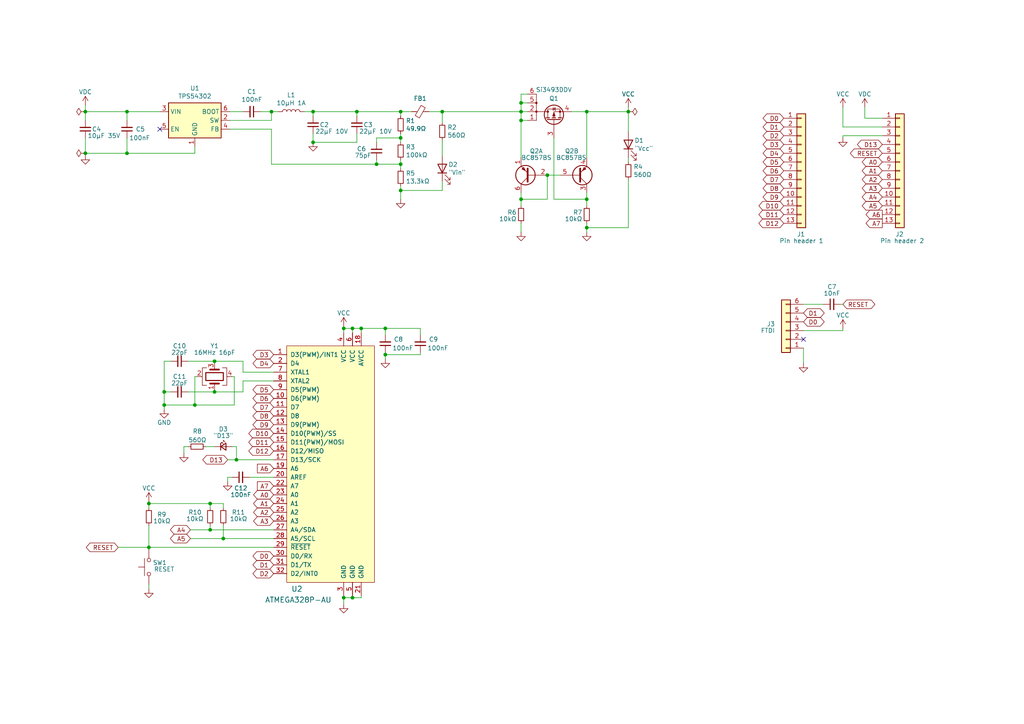
<source format=kicad_sch>
(kicad_sch (version 20211123) (generator eeschema)
  (paper "A4")
  (title_block (title "ATMEGA328P-AU Breadboard Adapter") (date "2023-03-04") (company "Retronics - Bjørner Sandom"))
  (lib_symbols
    (symbol "Connector_Generic:Conn_01x06" (pin_names (offset 1.016) hide)
      (property "Reference" "J" (at 0 7.62 0))
      (property "Value" "Conn_01x06" (at 0 -10.16 0))
      (symbol "Conn_01x06_1_1"
        (rectangle (start -1.27 -7.493) (end 0 -7.747) (stroke (width 0.1524)))
        (rectangle (start -1.27 -4.953) (end 0 -5.207) (stroke (width 0.1524)))
        (rectangle (start -1.27 -2.413) (end 0 -2.667) (stroke (width 0.1524)))
        (rectangle (start -1.27 0.127) (end 0 -0.127) (stroke (width 0.1524)))
        (rectangle (start -1.27 2.667) (end 0 2.413) (stroke (width 0.1524)))
        (rectangle (start -1.27 5.207) (end 0 4.953) (stroke (width 0.1524)))
        (rectangle (start -1.27 6.35) (end 1.27 -8.89) (stroke (width 0.254)) (fill (type background)))
        (pin passive line (at -5.08 5.08 0) (length 3.81) (name "Pin_1") (number "1"))
        (pin passive line (at -5.08 2.54 0) (length 3.81) (name "Pin_2") (number "2"))
        (pin passive line (at -5.08 0 0) (length 3.81) (name "Pin_3") (number "3"))
        (pin passive line (at -5.08 -2.54 0) (length 3.81) (name "Pin_4") (number "4"))
        (pin passive line (at -5.08 -5.08 0) (length 3.81) (name "Pin_5") (number "5"))
        (pin passive line (at -5.08 -7.62 0) (length 3.81) (name "Pin_6") (number "6"))
      )
    )
    (symbol "Connector_Generic:Conn_01x13" (pin_names (offset 1.016) hide)
      (property "Reference" "J" (at 0 17.78 0))
      (property "Value" "Conn_01x13" (at 0 -17.78 0))
      (symbol "Conn_01x13_1_1"
        (rectangle (start -1.27 -15.113) (end 0 -15.367) (stroke (width 0.1524)))
        (rectangle (start -1.27 -12.573) (end 0 -12.827) (stroke (width 0.1524)))
        (rectangle (start -1.27 -10.033) (end 0 -10.287) (stroke (width 0.1524)))
        (rectangle (start -1.27 -7.493) (end 0 -7.747) (stroke (width 0.1524)))
        (rectangle (start -1.27 -4.953) (end 0 -5.207) (stroke (width 0.1524)))
        (rectangle (start -1.27 -2.413) (end 0 -2.667) (stroke (width 0.1524)))
        (rectangle (start -1.27 0.127) (end 0 -0.127) (stroke (width 0.1524)))
        (rectangle (start -1.27 2.667) (end 0 2.413) (stroke (width 0.1524)))
        (rectangle (start -1.27 5.207) (end 0 4.953) (stroke (width 0.1524)))
        (rectangle (start -1.27 7.747) (end 0 7.493) (stroke (width 0.1524)))
        (rectangle (start -1.27 10.287) (end 0 10.033) (stroke (width 0.1524)))
        (rectangle (start -1.27 12.827) (end 0 12.573) (stroke (width 0.1524)))
        (rectangle (start -1.27 15.367) (end 0 15.113) (stroke (width 0.1524)))
        (rectangle (start -1.27 16.51) (end 1.27 -16.51) (stroke (width 0.254)) (fill (type background)))
        (pin passive line (at -5.08 15.24 0) (length 3.81) (name "Pin_1") (number "1"))
        (pin passive line (at -5.08 -7.62 0) (length 3.81) (name "Pin_10") (number "10"))
        (pin passive line (at -5.08 -10.16 0) (length 3.81) (name "Pin_11") (number "11"))
        (pin passive line (at -5.08 -12.7 0) (length 3.81) (name "Pin_12") (number "12"))
        (pin passive line (at -5.08 -15.24 0) (length 3.81) (name "Pin_13") (number "13"))
        (pin passive line (at -5.08 12.7 0) (length 3.81) (name "Pin_2") (number "2"))
        (pin passive line (at -5.08 10.16 0) (length 3.81) (name "Pin_3") (number "3"))
        (pin passive line (at -5.08 7.62 0) (length 3.81) (name "Pin_4") (number "4"))
        (pin passive line (at -5.08 5.08 0) (length 3.81) (name "Pin_5") (number "5"))
        (pin passive line (at -5.08 2.54 0) (length 3.81) (name "Pin_6") (number "6"))
        (pin passive line (at -5.08 0 0) (length 3.81) (name "Pin_7") (number "7"))
        (pin passive line (at -5.08 -2.54 0) (length 3.81) (name "Pin_8") (number "8"))
        (pin passive line (at -5.08 -5.08 0) (length 3.81) (name "Pin_9") (number "9"))
      )
    )
    (symbol "Device:C_Small" (pin_numbers hide) (pin_names (offset 0.254) hide)
      (property "Reference" "C" (at 0.254 1.778 0))
      (property "Value" "C_Small" (at 0.254 -2.032 0))
      (symbol "C_Small_0_1"
        (polyline (pts (xy -1.524 -0.508) (xy 1.524 -0.508)) (stroke (width 0.3302)))
        (polyline (pts (xy -1.524 0.508) (xy 1.524 0.508)) (stroke (width 0.3048)))
      )
      (symbol "C_Small_1_1"
        (pin passive line (at 0 2.54 270) (length 2.032) (name "~") (number "1"))
        (pin passive line (at 0 -2.54 90) (length 2.032) (name "~") (number "2"))
      )
    )
    (symbol "Device:Crystal_GND24" (pin_names (offset 1.016) hide)
      (property "Reference" "Y" (at 3.175 5.08 0))
      (property "Value" "Crystal_GND24" (at 3.175 3.175 0))
      (symbol "Crystal_GND24_0_1"
        (rectangle (start -1.143 2.54) (end 1.143 -2.54) (stroke (width 0.3048)))
        (polyline (pts (xy -2.54 0) (xy -2.032 0)))
        (polyline (pts (xy -2.032 -1.27) (xy -2.032 1.27)) (stroke (width 0.508)))
        (polyline (pts (xy 0 -3.81) (xy 0 -3.556)))
        (polyline (pts (xy 0 3.556) (xy 0 3.81)))
        (polyline (pts (xy 2.032 -1.27) (xy 2.032 1.27)) (stroke (width 0.508)))
        (polyline (pts (xy 2.032 0) (xy 2.54 0)))
        (polyline (pts (xy -2.54 -2.286) (xy -2.54 -3.556) (xy 2.54 -3.556) (xy 2.54 -2.286)))
        (polyline (pts (xy -2.54 2.286) (xy -2.54 3.556) (xy 2.54 3.556) (xy 2.54 2.286)))
      )
      (symbol "Crystal_GND24_1_1"
        (pin passive line (at -3.81 0 0) (length 1.27) (name "1") (number "1"))
        (pin passive line (at 0 5.08 270) (length 1.27) (name "2") (number "2"))
        (pin passive line (at 3.81 0 180) (length 1.27) (name "3") (number "3"))
        (pin passive line (at 0 -5.08 90) (length 1.27) (name "4") (number "4"))
      )
    )
    (symbol "Device:FerriteBead_Small" (pin_numbers hide) (pin_names (offset 0))
      (property "Reference" "FB" (at 1.905 1.27 0))
      (property "Value" "FerriteBead_Small" (at 1.905 -1.27 0))
      (symbol "FerriteBead_Small_0_1"
        (polyline (pts (xy 0 -1.27) (xy 0 -0.7874)))
        (polyline (pts (xy 0 0.889) (xy 0 1.2954)))
        (polyline (pts (xy -1.8288 0.2794) (xy -1.1176 1.4986) (xy 1.8288 -0.2032) (xy 1.1176 -1.4224) (xy -1.8288 0.2794)))
      )
      (symbol "FerriteBead_Small_1_1"
        (pin passive line (at 0 2.54 270) (length 1.27) (name "~") (number "1"))
        (pin passive line (at 0 -2.54 90) (length 1.27) (name "~") (number "2"))
      )
    )
    (symbol "Device:L" (pin_numbers hide) (pin_names (offset 1.016) hide)
      (property "Reference" "L" (at -1.27 0 90))
      (property "Value" "L" (at 1.905 0 90))
      (symbol "L_0_1"
        (arc (start 0 -2.54) (mid 0.635 -1.905) (end 0 -1.27))
        (arc (start 0 -1.27) (mid 0.635 -0.635) (end 0 0))
        (arc (start 0 0) (mid 0.635 0.635) (end 0 1.27))
        (arc (start 0 1.27) (mid 0.635 1.905) (end 0 2.54))
      )
      (symbol "L_1_1"
        (pin passive line (at 0 3.81 270) (length 1.27) (name "1") (number "1"))
        (pin passive line (at 0 -3.81 90) (length 1.27) (name "2") (number "2"))
      )
    )
    (symbol "Device:LED" (pin_numbers hide) (pin_names (offset 1.016) hide)
      (property "Reference" "D" (at 0 2.54 0))
      (property "Value" "LED" (at 0 -2.54 0))
      (symbol "LED_0_1"
        (polyline (pts (xy -1.27 -1.27) (xy -1.27 1.27)) (stroke (width 0.254)))
        (polyline (pts (xy -1.27 0) (xy 1.27 0)))
        (polyline (pts (xy 1.27 -1.27) (xy 1.27 1.27) (xy -1.27 0) (xy 1.27 -1.27)) (stroke (width 0.254)))
        (polyline (pts (xy -3.048 -0.762) (xy -4.572 -2.286) (xy -3.81 -2.286) (xy -4.572 -2.286) (xy -4.572 -1.524)))
        (polyline (pts (xy -1.778 -0.762) (xy -3.302 -2.286) (xy -2.54 -2.286) (xy -3.302 -2.286) (xy -3.302 -1.524)))
      )
      (symbol "LED_1_1"
        (pin passive line (at -3.81 0 0) (length 2.54) (name "K") (number "1"))
        (pin passive line (at 3.81 0 180) (length 2.54) (name "A") (number "2"))
      )
    )
    (symbol "Device:LED_Small" (pin_numbers hide) (pin_names (offset 0.254) hide)
      (property "Reference" "D" (at -1.27 3.175 0))
      (property "Value" "LED_Small" (at -4.445 -2.54 0))
      (symbol "LED_Small_0_1"
        (polyline (pts (xy -0.762 -1.016) (xy -0.762 1.016)) (stroke (width 0.254)))
        (polyline (pts (xy 1.016 0) (xy -0.762 0)))
        (polyline (pts (xy 0.762 -1.016) (xy -0.762 0) (xy 0.762 1.016) (xy 0.762 -1.016)) (stroke (width 0.254)))
        (polyline (pts (xy 0 0.762) (xy -0.508 1.27) (xy -0.254 1.27) (xy -0.508 1.27) (xy -0.508 1.016)))
        (polyline (pts (xy 0.508 1.27) (xy 0 1.778) (xy 0.254 1.778) (xy 0 1.778) (xy 0 1.524)))
      )
      (symbol "LED_Small_1_1"
        (pin passive line (at -2.54 0 0) (length 1.778) (name "K") (number "1"))
        (pin passive line (at 2.54 0 180) (length 1.778) (name "A") (number "2"))
      )
    )
    (symbol "Device:R_Small" (pin_numbers hide) (pin_names (offset 0.254) hide)
      (property "Reference" "R" (at 0.762 0.508 0))
      (property "Value" "R_Small" (at 0.762 -1.016 0))
      (symbol "R_Small_0_1"
        (rectangle (start -0.762 1.778) (end 0.762 -1.778) (stroke (width 0.2032)))
      )
      (symbol "R_Small_1_1"
        (pin passive line (at 0 2.54 270) (length 0.762) (name "~") (number "1"))
        (pin passive line (at 0 -2.54 90) (length 0.762) (name "~") (number "2"))
      )
    )
    (symbol "Regulator_Switching:TPS54302"
      (property "Reference" "U" (at -7.62 6.35 0))
      (property "Value" "TPS54302" (at 0 6.35 0))
      (symbol "TPS54302_0_1"
        (rectangle (start -7.62 5.08) (end 7.62 -5.08) (stroke (width 0.254)) (fill (type background)))
      )
      (symbol "TPS54302_1_1"
        (pin power_in line (at 0 -7.62 90) (length 2.54) (name "GND") (number "1"))
        (pin power_out line (at 10.16 0 180) (length 2.54) (name "SW") (number "2"))
        (pin power_in line (at -10.16 2.54 0) (length 2.54) (name "VIN") (number "3"))
        (pin input line (at 10.16 -2.54 180) (length 2.54) (name "FB") (number "4"))
        (pin input line (at -10.16 -2.54 0) (length 2.54) (name "EN") (number "5"))
        (pin passive line (at 10.16 2.54 180) (length 2.54) (name "BOOT") (number "6"))
      )
    )
    (symbol "Switch:SW_Push" (pin_numbers hide) (pin_names (offset 1.016) hide)
      (property "Reference" "SW" (at 1.27 2.54 0))
      (property "Value" "SW_Push" (at 0 -1.524 0))
      (symbol "SW_Push_0_1"
        (circle (center -2.032 0) (radius 0.508))
        (polyline (pts (xy 0 1.27) (xy 0 3.048)))
        (polyline (pts (xy 2.54 1.27) (xy -2.54 1.27)))
        (circle (center 2.032 0) (radius 0.508))
        (pin passive line (at -5.08 0 0) (length 2.54) (name "1") (number "1"))
        (pin passive line (at 5.08 0 180) (length 2.54) (name "2") (number "2"))
      )
    )
    (symbol "Transistor_BJT:BC857BS" (pin_names (offset 0) hide)
      (property "Reference" "Q" (at 5.08 1.27 0))
      (property "Value" "BC857BS" (at 5.08 -1.27 0))
      (symbol "BC857BS_0_1"
        (polyline (pts (xy 0.635 0) (xy -2.54 0)))
        (polyline (pts (xy 0.635 0.635) (xy 2.54 2.54)))
        (polyline (pts (xy 0.635 -0.635) (xy 2.54 -2.54) (xy 2.54 -2.54)))
        (polyline (pts (xy 0.635 1.905) (xy 0.635 -1.905) (xy 0.635 -1.905)) (stroke (width 0.508)))
        (polyline (pts (xy 2.286 -1.778) (xy 1.778 -2.286) (xy 1.27 -1.27) (xy 2.286 -1.778) (xy 2.286 -1.778)) (fill (type outline)))
        (circle (center 1.27 0) (radius 2.8194) (stroke (width 0.254)))
      )
      (symbol "BC857BS_1_1"
        (pin passive line (at 2.54 -5.08 90) (length 2.54) (name "E1") (number "1"))
        (pin input line (at -5.08 0 0) (length 2.54) (name "B1") (number "2"))
        (pin passive line (at 2.54 5.08 270) (length 2.54) (name "C1") (number "6"))
      )
      (symbol "BC857BS_2_1"
        (pin passive line (at 2.54 5.08 270) (length 2.54) (name "C2") (number "3"))
        (pin passive line (at 2.54 -5.08 90) (length 2.54) (name "E2") (number "4"))
        (pin input line (at -5.08 0 0) (length 2.54) (name "B2") (number "5"))
      )
    )
    (symbol "myDevices:ATMEGA328P-AU_Arduino" (pin_names (offset 1.016))
      (property "Reference" "U" (at -8.89 38.1 0))
      (property "Value" "ATMEGA328P-AU_Arduino" (at 13.97 1.27 90))
      (symbol "ATMEGA328P-AU_Arduino_0_1"
        (rectangle (start 16.51 35.56) (end -8.89 -33.02) (fill (type background)))
      )
      (symbol "ATMEGA328P-AU_Arduino_1_1"
        (pin bidirectional line (at -12.7 33.02 0) (length 3.81) (name "D3(PWM)/INT1") (number "1"))
        (pin bidirectional line (at -12.7 20.32 0) (length 3.81) (name "D6(PWM)") (number "10"))
        (pin bidirectional line (at -12.7 17.78 0) (length 3.81) (name "D7") (number "11"))
        (pin bidirectional line (at -12.7 15.24 0) (length 3.81) (name "D8") (number "12"))
        (pin bidirectional line (at -12.7 12.7 0) (length 3.81) (name "D9(PWM)") (number "13"))
        (pin bidirectional line (at -12.7 10.16 0) (length 3.81) (name "D10(PWM)/SS") (number "14"))
        (pin bidirectional line (at -12.7 7.62 0) (length 3.81) (name "D11(PWM)/MOSI") (number "15"))
        (pin bidirectional line (at -12.7 5.08 0) (length 3.81) (name "D12/MISO") (number "16"))
        (pin bidirectional line (at -12.7 2.54 0) (length 3.81) (name "D13/SCK") (number "17"))
        (pin power_in line (at 12.7 39.37 270) (length 3.81) (name "AVCC") (number "18"))
        (pin input line (at -12.7 0 0) (length 3.81) (name "A6") (number "19"))
        (pin bidirectional line (at -12.7 30.48 0) (length 3.81) (name "D4") (number "2"))
        (pin input line (at -12.7 -2.54 0) (length 3.81) (name "AREF") (number "20"))
        (pin power_in line (at 12.7 -36.83 90) (length 3.81) (name "GND") (number "21"))
        (pin input line (at -12.7 -5.08 0) (length 3.81) (name "A7") (number "22"))
        (pin bidirectional line (at -12.7 -7.62 0) (length 3.81) (name "A0") (number "23"))
        (pin bidirectional line (at -12.7 -10.16 0) (length 3.81) (name "A1") (number "24"))
        (pin bidirectional line (at -12.7 -12.7 0) (length 3.81) (name "A2") (number "25"))
        (pin bidirectional line (at -12.7 -15.24 0) (length 3.81) (name "A3") (number "26"))
        (pin bidirectional line (at -12.7 -17.78 0) (length 3.81) (name "A4/SDA") (number "27"))
        (pin bidirectional line (at -12.7 -20.32 0) (length 3.81) (name "A5/SCL") (number "28"))
        (pin bidirectional line (at -12.7 -22.86 0) (length 3.81) (name "~{RESET}") (number "29"))
        (pin power_in line (at 7.62 -36.83 90) (length 3.81) (name "GND") (number "3"))
        (pin bidirectional line (at -12.7 -25.4 0) (length 3.81) (name "D0/RX") (number "30"))
        (pin bidirectional line (at -12.7 -27.94 0) (length 3.81) (name "D1/TX") (number "31"))
        (pin bidirectional line (at -12.7 -30.48 0) (length 3.81) (name "D2/INT0") (number "32"))
        (pin power_in line (at 7.62 39.37 270) (length 3.81) (name "VCC") (number "4"))
        (pin power_in line (at 10.16 -36.83 90) (length 3.81) (name "GND") (number "5"))
        (pin power_in line (at 10.16 39.37 270) (length 3.81) (name "VCC") (number "6"))
        (pin bidirectional line (at -12.7 27.94 0) (length 3.81) (name "XTAL1") (number "7"))
        (pin bidirectional line (at -12.7 25.4 0) (length 3.81) (name "XTAL2") (number "8"))
        (pin bidirectional line (at -12.7 22.86 0) (length 3.81) (name "D5(PWM)") (number "9"))
      )
    )
    (symbol "myDevices:Si3493DDV" (pin_names hide)
      (property "Reference" "Q" (at 5.08 1.905 0))
      (property "Value" "Si3493DDV" (at 5.08 0 0))
      (symbol "Si3493DDV_0_1"
        (polyline (pts (xy 0 5.08) (xy 7.62 5.08)))
        (polyline (pts (xy 0.254 0) (xy -2.54 0)))
        (polyline (pts (xy 0.254 1.905) (xy 0.254 -1.905)) (stroke (width 0.254)))
        (polyline (pts (xy 0.762 -1.27) (xy 0.762 -2.286)) (stroke (width 0.254)))
        (polyline (pts (xy 0.762 0.508) (xy 0.762 -0.508)) (stroke (width 0.254)))
        (polyline (pts (xy 0.762 2.286) (xy 0.762 1.27)) (stroke (width 0.254)))
        (polyline (pts (xy 2.54 5.08) (xy 2.54 1.778)))
        (polyline (pts (xy 2.54 -2.54) (xy 2.54 0) (xy 0.762 0)))
        (polyline (pts (xy 0.762 1.778) (xy 3.302 1.778) (xy 3.302 -1.778) (xy 0.762 -1.778)))
        (polyline (pts (xy 2.286 0) (xy 1.27 0.381) (xy 1.27 -0.381) (xy 2.286 0)) (fill (type outline)))
        (polyline (pts (xy 2.794 -0.508) (xy 2.921 -0.381) (xy 3.683 -0.381) (xy 3.81 -0.254)))
        (polyline (pts (xy 3.302 -0.381) (xy 2.921 0.254) (xy 3.683 0.254) (xy 3.302 -0.381)))
        (circle (center 1.651 0) (radius 2.794) (stroke (width 0.254)))
        (circle (center 2.54 -1.778) (radius 0.254) (fill (type outline)))
        (circle (center 2.54 1.778) (radius 0.254) (fill (type outline)))
        (circle (center 2.54 5.08) (radius 0.254) (fill (type outline)))
        (circle (center 5.08 5.08) (radius 0.254) (fill (type outline)))
      )
      (symbol "Si3493DDV_1_1"
        (pin passive line (at 0 7.62 270) (length 2.54) (name "D") (number "1"))
        (pin passive line (at 2.54 7.62 270) (length 2.54) (name "D") (number "2"))
        (pin input line (at -5.08 0 0) (length 2.54) (name "G") (number "3"))
        (pin passive line (at 2.54 -5.08 90) (length 2.54) (name "S") (number "4"))
        (pin passive line (at 5.08 7.62 270) (length 2.54) (name "D") (number "5"))
        (pin passive line (at 7.62 7.62 270) (length 2.54) (name "D") (number "6"))
      )
    )
    (symbol "power:GND" (power) (pin_names (offset 0))
      (property "Value" "GND" (at 0 -3.81 0))
      (symbol "GND_0_1"
        (polyline (pts (xy 0 0) (xy 0 -1.27) (xy 1.27 -1.27) (xy 0 -2.54) (xy -1.27 -1.27) (xy 0 -1.27)))
      )
      (symbol "GND_1_1"
        (pin power_in line (at 0 0 270) (length 0) hide (name "GND") (number "1"))
      )
    )
    (symbol "power:PWR_FLAG" (power) (pin_numbers hide) (pin_names (offset 0) hide)
      (property "Value" "PWR_FLAG" (at 0 3.81 0))
      (symbol "PWR_FLAG_0_0"
        (pin power_out line (at 0 0 90) (length 0) (name "pwr") (number "1"))
      )
      (symbol "PWR_FLAG_0_1"
        (polyline (pts (xy 0 0) (xy 0 1.27) (xy -1.016 1.905) (xy 0 2.54) (xy 1.016 1.905) (xy 0 1.27)))
      )
    )
    (symbol "power:VCC" (power) (pin_names (offset 0))
      (property "Value" "VCC" (at 0 3.81 0))
      (symbol "VCC_0_1"
        (polyline (pts (xy -0.762 1.27) (xy 0 2.54)))
        (polyline (pts (xy 0 0) (xy 0 2.54)))
        (polyline (pts (xy 0 2.54) (xy 0.762 1.27)))
      )
      (symbol "VCC_1_1"
        (pin power_in line (at 0 0 90) (length 0) hide (name "VCC") (number "1"))
      )
    )
    (symbol "power:VDC" (power) (pin_names (offset 0))
      (property "Value" "VDC" (at 0 6.35 0))
      (symbol "VDC_0_1"
        (polyline (pts (xy -0.762 1.27) (xy 0 2.54)))
        (polyline (pts (xy 0 0) (xy 0 2.54)))
        (polyline (pts (xy 0 2.54) (xy 0.762 1.27)))
      )
      (symbol "VDC_1_1"
        (pin power_in line (at 0 0 90) (length 0) hide (name "VDC") (number "1"))
      )
    )
  )
  (junction (at 99.695 173.355))
  (junction (at 47.625 117.475))
  (junction (at 104.775 95.25))
  (junction (at 43.18 146.05))
  (junction (at 102.235 173.355))
  (junction (at 116.205 32.385))
  (junction (at 170.18 66.04))
  (junction (at 170.18 57.785))
  (junction (at 60.96 153.67))
  (junction (at 62.23 113.665))
  (junction (at 102.235 95.25))
  (junction (at 111.76 95.25))
  (junction (at 103.505 32.385))
  (junction (at 62.23 104.775))
  (junction (at 60.96 146.05))
  (junction (at 116.205 47.625))
  (junction (at 116.205 40.005))
  (junction (at 24.765 32.385))
  (junction (at 151.13 32.385))
  (junction (at 182.245 32.385))
  (junction (at 90.805 32.385))
  (junction (at 151.13 34.925))
  (junction (at 151.13 57.785))
  (junction (at 64.77 156.21))
  (junction (at 151.13 29.845))
  (junction (at 128.27 32.385))
  (junction (at 99.695 95.25))
  (junction (at 56.515 117.475))
  (junction (at 116.205 55.245))
  (junction (at 109.22 47.625))
  (junction (at 36.83 32.385))
  (junction (at 47.625 113.665))
  (junction (at 78.74 32.385))
  (junction (at 36.83 44.45))
  (junction (at 43.18 158.75))
  (junction (at 111.76 102.87))
  (junction (at 24.765 44.45))
  (junction (at 170.18 32.385))
  (junction (at 90.805 41.275))
  (junction (at 158.75 50.8))
  (junction (at 68.58 133.35))
  (no_connect (at 233.045 98.425))
  (no_connect (at 46.355 37.465))
  (wire (pts (xy 151.13 27.305) (xy 151.13 29.845)))
  (wire (pts (xy 62.23 104.775) (xy 70.485 104.775)))
  (wire (pts (xy 46.355 32.385) (xy 36.83 32.385)))
  (wire (pts (xy 56.515 109.22) (xy 56.515 117.475)))
  (wire (pts (xy 116.205 55.245) (xy 116.205 57.785)))
  (wire (pts (xy 47.625 118.745) (xy 47.625 117.475)))
  (wire (pts (xy 36.83 34.925) (xy 36.83 32.385)))
  (wire (pts (xy 62.23 113.03) (xy 62.23 113.665)))
  (wire (pts (xy 55.245 153.67) (xy 60.96 153.67)))
  (wire (pts (xy 56.515 117.475) (xy 67.945 117.475)))
  (wire (pts (xy 158.75 50.8) (xy 162.56 50.8)))
  (wire (pts (xy 70.485 107.95) (xy 79.375 107.95)))
  (wire (pts (xy 116.205 46.355) (xy 116.205 47.625)))
  (wire (pts (xy 99.695 173.355) (xy 99.695 172.72)))
  (wire (pts (xy 64.77 156.21) (xy 79.375 156.21)))
  (wire (pts (xy 244.475 39.37) (xy 244.475 40.005)))
  (wire (pts (xy 182.245 52.07) (xy 182.245 66.04)))
  (wire (pts (xy 102.235 172.72) (xy 102.235 173.355)))
  (wire (pts (xy 90.805 32.385) (xy 88.265 32.385)))
  (wire (pts (xy 102.235 95.25) (xy 104.775 95.25)))
  (wire (pts (xy 64.77 146.05) (xy 64.77 147.32)))
  (wire (pts (xy 47.625 117.475) (xy 47.625 113.665)))
  (wire (pts (xy 116.205 32.385) (xy 103.505 32.385)))
  (wire (pts (xy 36.83 40.005) (xy 36.83 44.45)))
  (wire (pts (xy 116.205 53.975) (xy 116.205 55.245)))
  (wire (pts (xy 43.18 158.75) (xy 79.375 158.75)))
  (wire (pts (xy 99.695 95.25) (xy 102.235 95.25)))
  (wire (pts (xy 43.18 145.415) (xy 43.18 146.05)))
  (wire (pts (xy 99.695 95.25) (xy 99.695 96.52)))
  (wire (pts (xy 54.61 104.775) (xy 62.23 104.775)))
  (wire (pts (xy 153.035 27.305) (xy 151.13 27.305)))
  (wire (pts (xy 70.485 104.775) (xy 70.485 107.95)))
  (wire (pts (xy 109.22 41.275) (xy 109.22 40.005)))
  (wire (pts (xy 79.375 110.49) (xy 70.485 110.49)))
  (wire (pts (xy 53.34 131.445) (xy 53.34 129.54)))
  (wire (pts (xy 165.735 32.385) (xy 170.18 32.385)))
  (wire (pts (xy 153.035 29.845) (xy 151.13 29.845)))
  (wire (pts (xy 109.22 47.625) (xy 116.205 47.625)))
  (wire (pts (xy 90.805 41.275) (xy 90.805 38.735)))
  (wire (pts (xy 72.39 138.43) (xy 79.375 138.43)))
  (wire (pts (xy 109.22 46.355) (xy 109.22 47.625)))
  (wire (pts (xy 244.475 31.115) (xy 244.475 36.83)))
  (wire (pts (xy 170.18 64.77) (xy 170.18 66.04)))
  (wire (pts (xy 121.92 102.87) (xy 121.92 102.235)))
  (wire (pts (xy 243.84 88.265) (xy 244.475 88.265)))
  (wire (pts (xy 36.83 44.45) (xy 56.515 44.45)))
  (wire (pts (xy 244.475 36.83) (xy 255.905 36.83)))
  (wire (pts (xy 62.23 104.775) (xy 62.23 105.41)))
  (wire (pts (xy 60.96 153.67) (xy 79.375 153.67)))
  (wire (pts (xy 90.805 33.655) (xy 90.805 32.385)))
  (wire (pts (xy 59.69 129.54) (xy 62.23 129.54)))
  (wire (pts (xy 182.245 32.385) (xy 182.245 38.1)))
  (wire (pts (xy 66.04 138.43) (xy 66.04 139.7)))
  (wire (pts (xy 244.475 95.885) (xy 233.045 95.885)))
  (wire (pts (xy 24.765 40.005) (xy 24.765 44.45)))
  (wire (pts (xy 160.655 57.785) (xy 170.18 57.785)))
  (wire (pts (xy 78.74 47.625) (xy 78.74 37.465)))
  (wire (pts (xy 233.045 88.265) (xy 238.76 88.265)))
  (wire (pts (xy 182.245 31.115) (xy 182.245 32.385)))
  (wire (pts (xy 170.18 32.385) (xy 170.18 45.72)))
  (wire (pts (xy 103.505 41.275) (xy 90.805 41.275)))
  (wire (pts (xy 158.75 57.785) (xy 158.75 50.8)))
  (wire (pts (xy 60.96 152.4) (xy 60.96 153.67)))
  (wire (pts (xy 49.53 113.665) (xy 47.625 113.665)))
  (wire (pts (xy 43.18 146.05) (xy 60.96 146.05)))
  (wire (pts (xy 160.655 40.005) (xy 160.655 57.785)))
  (wire (pts (xy 104.775 95.25) (xy 111.76 95.25)))
  (wire (pts (xy 151.13 32.385) (xy 151.13 34.925)))
  (wire (pts (xy 66.675 34.925) (xy 78.74 34.925)))
  (wire (pts (xy 43.18 152.4) (xy 43.18 158.75)))
  (wire (pts (xy 121.92 95.25) (xy 121.92 97.155)))
  (wire (pts (xy 47.625 117.475) (xy 56.515 117.475)))
  (wire (pts (xy 151.13 34.925) (xy 151.13 45.72)))
  (wire (pts (xy 104.775 173.355) (xy 102.235 173.355)))
  (wire (pts (xy 102.235 173.355) (xy 99.695 173.355)))
  (wire (pts (xy 128.27 52.705) (xy 128.27 55.245)))
  (wire (pts (xy 67.31 138.43) (xy 66.04 138.43)))
  (wire (pts (xy 99.695 173.355) (xy 99.695 175.26)))
  (wire (pts (xy 68.58 129.54) (xy 68.58 133.35)))
  (wire (pts (xy 151.13 57.785) (xy 151.13 59.69)))
  (wire (pts (xy 116.205 33.655) (xy 116.205 32.385)))
  (wire (pts (xy 64.77 152.4) (xy 64.77 156.21)))
  (wire (pts (xy 111.76 102.87) (xy 111.76 104.14)))
  (wire (pts (xy 111.76 95.25) (xy 111.76 97.155)))
  (wire (pts (xy 66.675 32.385) (xy 70.485 32.385)))
  (wire (pts (xy 75.565 32.385) (xy 78.74 32.385)))
  (wire (pts (xy 111.76 102.87) (xy 121.92 102.87)))
  (wire (pts (xy 116.205 40.005) (xy 116.205 41.275)))
  (wire (pts (xy 43.18 146.05) (xy 43.18 147.32)))
  (wire (pts (xy 68.58 133.35) (xy 79.375 133.35)))
  (wire (pts (xy 24.765 44.45) (xy 24.765 45.085)))
  (wire (pts (xy 24.765 32.385) (xy 24.765 34.925)))
  (wire (pts (xy 36.83 32.385) (xy 24.765 32.385)))
  (wire (pts (xy 151.13 55.88) (xy 151.13 57.785)))
  (wire (pts (xy 54.61 113.665) (xy 62.23 113.665)))
  (wire (pts (xy 78.74 37.465) (xy 66.675 37.465)))
  (wire (pts (xy 103.505 32.385) (xy 90.805 32.385)))
  (wire (pts (xy 103.505 38.735) (xy 103.505 41.275)))
  (wire (pts (xy 244.475 95.25) (xy 244.475 95.885)))
  (wire (pts (xy 109.22 40.005) (xy 116.205 40.005)))
  (wire (pts (xy 67.31 129.54) (xy 68.58 129.54)))
  (wire (pts (xy 250.825 34.29) (xy 255.905 34.29)))
  (wire (pts (xy 182.245 66.04) (xy 170.18 66.04)))
  (wire (pts (xy 128.27 40.64) (xy 128.27 45.085)))
  (wire (pts (xy 47.625 104.775) (xy 49.53 104.775)))
  (wire (pts (xy 43.18 169.545) (xy 43.18 170.815)))
  (wire (pts (xy 47.625 113.665) (xy 47.625 104.775)))
  (wire (pts (xy 55.245 156.21) (xy 64.77 156.21)))
  (wire (pts (xy 128.27 32.385) (xy 151.13 32.385)))
  (wire (pts (xy 56.515 44.45) (xy 56.515 42.545)))
  (wire (pts (xy 78.74 34.925) (xy 78.74 32.385)))
  (wire (pts (xy 67.945 117.475) (xy 67.945 109.22)))
  (wire (pts (xy 182.245 32.385) (xy 170.18 32.385)))
  (wire (pts (xy 182.245 45.72) (xy 182.245 46.99)))
  (wire (pts (xy 124.46 32.385) (xy 128.27 32.385)))
  (wire (pts (xy 53.34 129.54) (xy 54.61 129.54)))
  (wire (pts (xy 111.76 102.235) (xy 111.76 102.87)))
  (wire (pts (xy 116.205 47.625) (xy 116.205 48.895)))
  (wire (pts (xy 102.235 95.25) (xy 102.235 96.52)))
  (wire (pts (xy 170.18 55.88) (xy 170.18 57.785)))
  (wire (pts (xy 170.18 57.785) (xy 170.18 59.69)))
  (wire (pts (xy 36.83 44.45) (xy 24.765 44.45)))
  (wire (pts (xy 151.13 64.77) (xy 151.13 67.31)))
  (wire (pts (xy 151.13 57.785) (xy 158.75 57.785)))
  (wire (pts (xy 153.035 32.385) (xy 151.13 32.385)))
  (wire (pts (xy 34.29 158.75) (xy 43.18 158.75)))
  (wire (pts (xy 128.27 32.385) (xy 128.27 35.56)))
  (wire (pts (xy 250.825 31.115) (xy 250.825 34.29)))
  (wire (pts (xy 62.23 113.665) (xy 70.485 113.665)))
  (wire (pts (xy 66.04 133.35) (xy 68.58 133.35)))
  (wire (pts (xy 116.205 32.385) (xy 119.38 32.385)))
  (wire (pts (xy 116.205 38.735) (xy 116.205 40.005)))
  (wire (pts (xy 104.775 172.72) (xy 104.775 173.355)))
  (wire (pts (xy 99.695 94.615) (xy 99.695 95.25)))
  (wire (pts (xy 43.18 159.385) (xy 43.18 158.75)))
  (wire (pts (xy 233.045 100.965) (xy 233.045 105.41)))
  (wire (pts (xy 67.945 109.22) (xy 67.31 109.22)))
  (wire (pts (xy 103.505 33.655) (xy 103.505 32.385)))
  (wire (pts (xy 60.96 146.05) (xy 60.96 147.32)))
  (wire (pts (xy 104.775 95.25) (xy 104.775 96.52)))
  (wire (pts (xy 170.18 66.04) (xy 170.18 67.31)))
  (wire (pts (xy 70.485 110.49) (xy 70.485 113.665)))
  (wire (pts (xy 24.765 30.48) (xy 24.765 32.385)))
  (wire (pts (xy 57.15 109.22) (xy 56.515 109.22)))
  (wire (pts (xy 111.76 95.25) (xy 121.92 95.25)))
  (wire (pts (xy 78.74 32.385) (xy 80.645 32.385)))
  (wire (pts (xy 60.96 146.05) (xy 64.77 146.05)))
  (wire (pts (xy 151.13 29.845) (xy 151.13 32.385)))
  (wire (pts (xy 153.035 34.925) (xy 151.13 34.925)))
  (wire (pts (xy 255.905 39.37) (xy 244.475 39.37)))
  (wire (pts (xy 109.22 47.625) (xy 78.74 47.625)))
  (wire (pts (xy 116.205 55.245) (xy 128.27 55.245)))
  (global_label "RESET" (shape bidirectional) (at 244.475 88.265 0) (property "Intersheet References" "${INTERSHEET_REFS}" (effects hide)))
  (global_label "D13" (shape bidirectional) (at 66.04 133.35 180) (property "Intersheet References" "${INTERSHEET_REFS}" (effects hide)))
  (global_label "D9" (shape bidirectional) (at 79.375 123.19 180) (property "Intersheet References" "${INTERSHEET_REFS}" (effects hide)))
  (global_label "A5" (shape bidirectional) (at 55.245 156.21 180) (property "Intersheet References" "${INTERSHEET_REFS}" (effects hide)))
  (global_label "D4" (shape bidirectional) (at 227.33 44.45 180) (property "Intersheet References" "${INTERSHEET_REFS}" (effects hide)))
  (global_label "D11" (shape bidirectional) (at 227.33 62.23 180) (property "Intersheet References" "${INTERSHEET_REFS}" (effects hide)))
  (global_label "D12" (shape bidirectional) (at 79.375 130.81 180) (property "Intersheet References" "${INTERSHEET_REFS}" (effects hide)))
  (global_label "A2" (shape bidirectional) (at 79.375 148.59 180) (property "Intersheet References" "${INTERSHEET_REFS}" (effects hide)))
  (global_label "RESET" (shape bidirectional) (at 34.29 158.75 180) (property "Intersheet References" "${INTERSHEET_REFS}" (effects hide)))
  (global_label "A4" (shape bidirectional) (at 55.245 153.67 180) (property "Intersheet References" "${INTERSHEET_REFS}" (effects hide)))
  (global_label "A6" (shape input) (at 79.375 135.89 180) (property "Intersheet References" "${INTERSHEET_REFS}" (effects hide)))
  (global_label "D10" (shape bidirectional) (at 79.375 125.73 180) (property "Intersheet References" "${INTERSHEET_REFS}" (effects hide)))
  (global_label "A2" (shape bidirectional) (at 255.905 52.07 180) (property "Intersheet References" "${INTERSHEET_REFS}" (effects hide)))
  (global_label "D12" (shape bidirectional) (at 227.33 64.77 180) (property "Intersheet References" "${INTERSHEET_REFS}" (effects hide)))
  (global_label "D1" (shape bidirectional) (at 227.33 36.83 180) (property "Intersheet References" "${INTERSHEET_REFS}" (effects hide)))
  (global_label "D13" (shape bidirectional) (at 255.905 41.91 180) (property "Intersheet References" "${INTERSHEET_REFS}" (effects hide)))
  (global_label "A4" (shape bidirectional) (at 255.905 57.15 180) (property "Intersheet References" "${INTERSHEET_REFS}" (effects hide)))
  (global_label "D9" (shape bidirectional) (at 227.33 57.15 180) (property "Intersheet References" "${INTERSHEET_REFS}" (effects hide)))
  (global_label "A1" (shape bidirectional) (at 79.375 146.05 180) (property "Intersheet References" "${INTERSHEET_REFS}" (effects hide)))
  (global_label "D10" (shape bidirectional) (at 227.33 59.69 180) (property "Intersheet References" "${INTERSHEET_REFS}" (effects hide)))
  (global_label "D6" (shape bidirectional) (at 79.375 115.57 180) (property "Intersheet References" "${INTERSHEET_REFS}" (effects hide)))
  (global_label "D5" (shape bidirectional) (at 79.375 113.03 180) (property "Intersheet References" "${INTERSHEET_REFS}" (effects hide)))
  (global_label "D0" (shape bidirectional) (at 233.045 93.345 0) (property "Intersheet References" "${INTERSHEET_REFS}" (effects hide)))
  (global_label "A0" (shape bidirectional) (at 79.375 143.51 180) (property "Intersheet References" "${INTERSHEET_REFS}" (effects hide)))
  (global_label "D8" (shape bidirectional) (at 79.375 120.65 180) (property "Intersheet References" "${INTERSHEET_REFS}" (effects hide)))
  (global_label "D3" (shape bidirectional) (at 79.375 102.87 180) (property "Intersheet References" "${INTERSHEET_REFS}" (effects hide)))
  (global_label "A7" (shape output) (at 255.905 64.77 180) (property "Intersheet References" "${INTERSHEET_REFS}" (effects hide)))
  (global_label "A7" (shape input) (at 79.375 140.97 180) (property "Intersheet References" "${INTERSHEET_REFS}" (effects hide)))
  (global_label "A5" (shape bidirectional) (at 255.905 59.69 180) (property "Intersheet References" "${INTERSHEET_REFS}" (effects hide)))
  (global_label "D1" (shape bidirectional) (at 233.045 90.805 0) (property "Intersheet References" "${INTERSHEET_REFS}" (effects hide)))
  (global_label "A6" (shape output) (at 255.905 62.23 180) (property "Intersheet References" "${INTERSHEET_REFS}" (effects hide)))
  (global_label "D0" (shape bidirectional) (at 227.33 34.29 180) (property "Intersheet References" "${INTERSHEET_REFS}" (effects hide)))
  (global_label "D5" (shape bidirectional) (at 227.33 46.99 180) (property "Intersheet References" "${INTERSHEET_REFS}" (effects hide)))
  (global_label "D7" (shape bidirectional) (at 79.375 118.11 180) (property "Intersheet References" "${INTERSHEET_REFS}" (effects hide)))
  (global_label "D4" (shape bidirectional) (at 79.375 105.41 180) (property "Intersheet References" "${INTERSHEET_REFS}" (effects hide)))
  (global_label "A3" (shape bidirectional) (at 79.375 151.13 180) (property "Intersheet References" "${INTERSHEET_REFS}" (effects hide)))
  (global_label "A1" (shape bidirectional) (at 255.905 49.53 180) (property "Intersheet References" "${INTERSHEET_REFS}" (effects hide)))
  (global_label "D0" (shape bidirectional) (at 79.375 161.29 180) (property "Intersheet References" "${INTERSHEET_REFS}" (effects hide)))
  (global_label "A3" (shape bidirectional) (at 255.905 54.61 180) (property "Intersheet References" "${INTERSHEET_REFS}" (effects hide)))
  (global_label "D2" (shape bidirectional) (at 79.375 166.37 180) (property "Intersheet References" "${INTERSHEET_REFS}" (effects hide)))
  (global_label "D2" (shape bidirectional) (at 227.33 39.37 180) (property "Intersheet References" "${INTERSHEET_REFS}" (effects hide)))
  (global_label "D1" (shape bidirectional) (at 79.375 163.83 180) (property "Intersheet References" "${INTERSHEET_REFS}" (effects hide)))
  (global_label "D7" (shape bidirectional) (at 227.33 52.07 180) (property "Intersheet References" "${INTERSHEET_REFS}" (effects hide)))
  (global_label "A0" (shape bidirectional) (at 255.905 46.99 180) (property "Intersheet References" "${INTERSHEET_REFS}" (effects hide)))
  (global_label "D6" (shape bidirectional) (at 227.33 49.53 180) (property "Intersheet References" "${INTERSHEET_REFS}" (effects hide)))
  (global_label "RESET" (shape bidirectional) (at 255.905 44.45 180) (property "Intersheet References" "${INTERSHEET_REFS}" (effects hide)))
  (global_label "D3" (shape bidirectional) (at 227.33 41.91 180) (property "Intersheet References" "${INTERSHEET_REFS}" (effects hide)))
  (global_label "D11" (shape bidirectional) (at 79.375 128.27 180) (property "Intersheet References" "${INTERSHEET_REFS}" (effects hide)))
  (global_label "D8" (shape bidirectional) (at 227.33 54.61 180) (property "Intersheet References" "${INTERSHEET_REFS}" (effects hide)))
  (symbol (lib_id "Device:C_Small") (at 103.505 36.195 180) (unit 1)
    (property "Reference" "C3" (at 105.41 36.195 0) (effects (justify right)))
    (property "Value" "22µF 10V" (at 104.14 38.1 0) (effects (justify right)))
    (property "Footprint" "Capacitor_SMD:C_0603_1608Metric_Pad1.08x0.95mm_HandSolder" (effects hide))
  )
  (symbol (lib_id "Device:C_Small") (at 36.83 37.465 180) (unit 1)
    (property "Reference" "C5" (at 39.37 37.465 0) (effects (justify right)))
    (property "Value" "100nF" (at 37.465 40.005 0) (effects (justify right)))
    (property "Footprint" "Capacitor_SMD:C_0603_1608Metric_Pad1.08x0.95mm_HandSolder" (effects hide))
  )
  (symbol (lib_id "Connector_Generic:Conn_01x06") (at 227.965 95.885 180) (unit 1)
    (property "Reference" "J3" (at 224.79 93.98 0) (effects (justify left)))
    (property "Value" "FTDI" (at 224.79 95.885 0) (effects (justify left)))
    (property "Footprint" "Connector_PinHeader_2.54mm:PinHeader_1x06_P2.54mm_Vertical" (effects hide))
  )
  (symbol (lib_id "myDevices:ATMEGA328P-AU_Arduino") (at 92.075 135.89 0) (unit 1)
    (property "Reference" "U2" (at 84.455 170.815 0) (effects (font (size 1.524 1.524)) (justify left)))
    (property "Value" "ATMEGA328P-AU" (at 76.835 173.99 0) (effects (font (size 1.524 1.524)) (justify left)))
    (property "Footprint" "digikey-footprints:TQFP-32_7x7mm" (effects hide))
  )
  (symbol (lib_id "Device:LED") (at 182.245 41.91 90) (unit 1)
    (property "Reference" "D1" (at 184.023 40.7416 90) (effects (justify right)))
    (property "Value" "\"Vcc\"" (at 184.023 43.053 90) (effects (justify right)))
    (property "Footprint" "LED_SMD:LED_0603_1608Metric_Pad1.05x0.95mm_HandSolder" (effects hide))
  )
  (symbol (lib_id "power:GND") (at 170.18 67.31 0) (unit 1)
    (property "Reference" "#PWR010" (effects hide))
    (property "Value" "GNDPWR" (effects hide))
  )
  (symbol (lib_id "power:GND") (at 233.045 105.41 0) (unit 1)
    (property "Reference" "#PWR014" (effects hide))
    (property "Value" "GNDPWR" (effects hide))
  )
  (symbol (lib_id "Device:LED_Small") (at 64.77 129.54 0) (unit 1)
    (property "Reference" "D3" (at 64.77 124.46 0))
    (property "Value" "\"D13\"" (at 64.77 126.365 0))
    (property "Footprint" "LED_SMD:LED_0603_1608Metric_Pad1.05x0.95mm_HandSolder" (effects hide))
  )
  (symbol (lib_id "power:GND") (at 43.18 170.815 0) (unit 1)
    (property "Reference" "#PWR019" (effects hide))
    (property "Value" "GNDPWR" (effects hide))
  )
  (symbol (lib_id "Device:C_Small") (at 52.07 113.665 270) (unit 1)
    (property "Reference" "C11" (at 52.07 109.22 90))
    (property "Value" "22pF" (at 52.07 111.125 90))
    (property "Footprint" "Capacitor_SMD:C_0603_1608Metric_Pad1.08x0.95mm_HandSolder" (effects hide))
  )
  (symbol (lib_id "Device:C_Small") (at 241.3 88.265 90) (unit 1)
    (property "Reference" "C7" (at 241.3 83.185 90))
    (property "Value" "10nF" (at 241.3 85.09 90))
    (property "Footprint" "Capacitor_SMD:C_0603_1608Metric_Pad1.08x0.95mm_HandSolder" (effects hide))
  )
  (symbol (lib_id "Device:R_Small") (at 57.15 129.54 90) (unit 1)
    (property "Reference" "R8" (at 55.88 125.095 90) (effects (justify right)))
    (property "Value" "560Ω" (at 54.61 127.635 90) (effects (justify right)))
    (property "Footprint" "Resistor_SMD:R_0603_1608Metric_Pad0.98x0.95mm_HandSolder" (effects hide))
  )
  (symbol (lib_id "power:PWR_FLAG") (at 24.765 32.385 90) (unit 1)
    (property "Reference" "#FLG01" (effects hide))
    (property "Value" "PWR_FLAG" (effects hide))
  )
  (symbol (lib_id "power:GND") (at 111.76 104.14 0) (unit 1)
    (property "Reference" "#PWR013" (effects hide))
    (property "Value" "GNDPWR" (effects hide))
  )
  (symbol (lib_id "power:VCC") (at 182.245 31.115 0) (unit 1)
    (property "Reference" "#PWR02" (effects hide))
    (property "Value" "VCC" (at 182.245 27.305 0))
  )
  (symbol (lib_id "Device:R_Small") (at 64.77 149.86 0) (unit 1)
    (property "Reference" "R11" (at 71.12 148.59 0) (effects (justify right)))
    (property "Value" "10kΩ" (at 71.755 150.495 0) (effects (justify right)))
    (property "Footprint" "Resistor_SMD:R_0603_1608Metric_Pad0.98x0.95mm_HandSolder" (effects hide))
  )
  (symbol (lib_id "Device:R_Small") (at 151.13 62.23 180) (unit 1)
    (property "Reference" "R6" (at 149.86 61.595 0) (effects (justify left)))
    (property "Value" "10kΩ" (at 149.86 63.5 0) (effects (justify left)))
    (property "Footprint" "Resistor_SMD:R_0603_1608Metric_Pad0.98x0.95mm_HandSolder" (effects hide))
  )
  (symbol (lib_id "power:VDC") (at 24.765 30.48 0) (unit 1)
    (property "Reference" "#PWR01" (effects hide))
    (property "Value" "VDC" (at 24.765 26.67 0))
  )
  (symbol (lib_id "Device:Crystal_GND24") (at 62.23 109.22 90) (unit 1)
    (property "Reference" "Y1" (at 62.23 100.33 90))
    (property "Value" "16MHz 16pF" (at 62.23 102.235 90))
    (property "Footprint" "Crystal:Crystal_SMD_SeikoEpson_TSX3225-4Pin_3.2x2.5mm_HandSoldering" (effects hide))
  )
  (symbol (lib_id "power:GND") (at 90.805 41.275 0) (unit 1)
    (property "Reference" "#PWR06" (effects hide))
    (property "Value" "GNDPWR" (effects hide))
  )
  (symbol (lib_id "Device:R_Small") (at 116.205 43.815 0) (unit 1)
    (property "Reference" "R3" (at 117.7036 42.6466 0) (effects (justify left)))
    (property "Value" "100kΩ" (at 117.7036 44.958 0) (effects (justify left)))
    (property "Footprint" "Resistor_SMD:R_0603_1608Metric_Pad0.98x0.95mm_HandSolder" (effects hide))
  )
  (symbol (lib_id "power:GND") (at 53.34 131.445 0) (unit 1)
    (property "Reference" "#PWR016" (effects hide))
    (property "Value" "GNDPWR" (effects hide))
  )
  (symbol (lib_id "power:VCC") (at 99.695 94.615 0) (unit 1)
    (property "Reference" "#PWR011" (effects hide))
    (property "Value" "VCC" (at 99.695 90.805 0))
  )
  (symbol (lib_id "Connector_Generic:Conn_01x13") (at 260.985 49.53 0) (unit 1)
    (property "Reference" "J2" (at 259.715 67.945 0) (effects (justify left)))
    (property "Value" "Pin header 2" (at 255.27 69.85 0) (effects (justify left)))
    (property "Footprint" "Connector_PinHeader_2.54mm:PinHeader_1x13_P2.54mm_Vertical" (effects hide))
  )
  (symbol (lib_id "power:GND") (at 116.205 57.785 0) (unit 1)
    (property "Reference" "#PWR08" (effects hide))
    (property "Value" "GNDPWR" (effects hide))
  )
  (symbol (lib_id "Device:R_Small") (at 116.205 36.195 0) (unit 1)
    (property "Reference" "R1" (at 117.7036 35.0266 0) (effects (justify left)))
    (property "Value" "49.9Ω" (at 117.7036 37.338 0) (effects (justify left)))
    (property "Footprint" "Resistor_SMD:R_0603_1608Metric_Pad0.98x0.95mm_HandSolder" (effects hide))
  )
  (symbol (lib_id "power:VCC") (at 244.475 31.115 0) (unit 1)
    (property "Reference" "#PWR03" (effects hide))
    (property "Value" "VCC" (at 244.475 27.305 0))
  )
  (symbol (lib_id "Device:LED") (at 128.27 48.895 90) (unit 1)
    (property "Reference" "D2" (at 130.048 47.7266 90) (effects (justify right)))
    (property "Value" "\"Vin\"" (at 130.048 50.038 90) (effects (justify right)))
    (property "Footprint" "LED_SMD:LED_0603_1608Metric_Pad1.05x0.95mm_HandSolder" (effects hide))
  )
  (symbol (lib_id "power:GND") (at 24.765 45.085 0) (unit 1)
    (property "Reference" "#PWR07" (effects hide))
    (property "Value" "GNDPWR" (effects hide))
  )
  (symbol (lib_id "power:GND") (at 99.695 175.26 0) (unit 1)
    (property "Reference" "#PWR020" (effects hide))
    (property "Value" "GNDPWR" (effects hide))
  )
  (symbol (lib_id "power:PWR_FLAG") (at 182.245 32.385 270) (unit 1)
    (property "Reference" "#FLG02" (effects hide))
    (property "Value" "PWR_FLAG" (effects hide))
  )
  (symbol (lib_id "Device:R_Small") (at 116.205 51.435 0) (unit 1)
    (property "Reference" "R5" (at 117.7036 50.2666 0) (effects (justify left)))
    (property "Value" "13.3kΩ" (at 117.7036 52.578 0) (effects (justify left)))
    (property "Footprint" "Resistor_SMD:R_0603_1608Metric_Pad0.98x0.95mm_HandSolder" (effects hide))
  )
  (symbol (lib_id "Device:C_Small") (at 24.765 37.465 180) (unit 1)
    (property "Reference" "C4" (at 26.67 37.465 0) (effects (justify right)))
    (property "Value" "10µF 35V" (at 25.4 39.37 0) (effects (justify right)))
    (property "Footprint" "Capacitor_SMD:C_0603_1608Metric_Pad1.08x0.95mm_HandSolder" (effects hide))
  )
  (symbol (lib_id "power:GND") (at 66.04 139.7 0) (unit 1)
    (property "Reference" "#PWR017" (effects hide))
    (property "Value" "GNDPWR" (effects hide))
  )
  (symbol (lib_id "Device:C_Small") (at 69.85 138.43 90) (unit 1)
    (property "Reference" "C12" (at 69.85 141.605 90))
    (property "Value" "100nF" (at 69.85 143.51 90))
    (property "Footprint" "Capacitor_SMD:C_0603_1608Metric_Pad1.08x0.95mm_HandSolder" (effects hide))
  )
  (symbol (lib_id "Device:C_Small") (at 73.025 32.385 270) (unit 1)
    (property "Reference" "C1" (at 73.025 26.5684 90))
    (property "Value" "100nF" (at 73.025 28.8798 90))
    (property "Footprint" "Capacitor_SMD:C_0603_1608Metric_Pad1.08x0.95mm_HandSolder" (effects hide))
  )
  (symbol (lib_id "Device:R_Small") (at 43.18 149.86 0) (unit 1)
    (property "Reference" "R9" (at 48.26 149.225 0) (effects (justify right)))
    (property "Value" "10kΩ" (at 49.53 151.13 0) (effects (justify right)))
    (property "Footprint" "Resistor_SMD:R_0603_1608Metric_Pad0.98x0.95mm_HandSolder" (effects hide))
  )
  (symbol (lib_id "Device:C_Small") (at 121.92 99.695 180) (unit 1)
    (property "Reference" "C9" (at 125.73 98.425 0))
    (property "Value" "100nF" (at 127 100.965 0))
    (property "Footprint" "Capacitor_SMD:C_0603_1608Metric_Pad1.08x0.95mm_HandSolder" (effects hide))
  )
  (symbol (lib_id "Device:C_Small") (at 109.22 43.815 180) (unit 1)
    (property "Reference" "C6" (at 103.505 43.18 0) (effects (justify right)))
    (property "Value" "75pF" (at 102.87 45.085 0) (effects (justify right)))
    (property "Footprint" "Capacitor_SMD:C_0603_1608Metric_Pad1.08x0.95mm_HandSolder" (effects hide))
  )
  (symbol (lib_id "Device:C_Small") (at 90.805 36.195 180) (unit 1)
    (property "Reference" "C2" (at 92.71 36.195 0) (effects (justify right)))
    (property "Value" "22µF 10V" (at 91.44 38.1 0) (effects (justify right)))
    (property "Footprint" "Capacitor_SMD:C_0603_1608Metric_Pad1.08x0.95mm_HandSolder" (effects hide))
  )
  (symbol (lib_id "myDevices:Si3493DDV") (at 160.655 34.925 90) (unit 1)
    (property "Reference" "Q1" (at 160.655 28.575 90))
    (property "Value" "Si3493DDV" (at 160.655 26.035 90))
    (property "Footprint" "SamacSys_Parts:SOT95P280X100-6N" (effects hide))
  )
  (symbol (lib_id "Device:C_Small") (at 111.76 99.695 180) (unit 1)
    (property "Reference" "C8" (at 115.57 98.425 0))
    (property "Value" "100nF" (at 116.84 100.965 0))
    (property "Footprint" "Capacitor_SMD:C_0603_1608Metric_Pad1.08x0.95mm_HandSolder" (effects hide))
  )
  (symbol (lib_id "Transistor_BJT:BC857BS") (at 167.64 50.8 0) (mirror x) (unit 2)
    (property "Reference" "Q2" (at 163.83 43.815 0) (effects (justify left)))
    (property "Value" "BC857BS" (at 161.29 45.72 0) (effects (justify left)))
    (property "Footprint" "myDevices:SOT-363_SC-70-6-Handsoldering" (effects hide))
    (property "Datasheet" "https://assets.nexperia.com/documents/data-sheet/BC857BS.pdf" (effects hide))
  )
  (symbol (lib_id "power:PWR_FLAG") (at 24.765 44.45 90) (unit 1)
    (property "Reference" "#FLG03" (effects hide))
    (property "Value" "PWR_FLAG" (effects hide))
  )
  (symbol (lib_id "Regulator_Switching:TPS54302") (at 56.515 34.925 0) (unit 1)
    (property "Reference" "U1" (at 56.515 25.6032 0))
    (property "Value" "TPS54302" (at 56.515 27.9146 0))
    (property "Footprint" "Package_TO_SOT_SMD:SOT-23-6_Handsoldering" (effects hide))
    (property "Datasheet" "http://www.ti.com/lit/ds/symlink/tps54302.pdf" (effects hide))
  )
  (symbol (lib_id "power:GND") (at 151.13 67.31 0) (unit 1)
    (property "Reference" "#PWR09" (effects hide))
    (property "Value" "GNDPWR" (effects hide))
  )
  (symbol (lib_id "Device:C_Small") (at 52.07 104.775 270) (unit 1)
    (property "Reference" "C10" (at 52.07 100.33 90))
    (property "Value" "22pF" (at 52.07 102.235 90))
    (property "Footprint" "Capacitor_SMD:C_0603_1608Metric_Pad1.08x0.95mm_HandSolder" (effects hide))
  )
  (symbol (lib_id "Device:R_Small") (at 182.245 49.53 0) (unit 1)
    (property "Reference" "R4" (at 183.7436 48.3616 0) (effects (justify left)))
    (property "Value" "560Ω" (at 183.7436 50.673 0) (effects (justify left)))
    (property "Footprint" "Resistor_SMD:R_0603_1608Metric_Pad0.98x0.95mm_HandSolder" (effects hide))
  )
  (symbol (lib_id "Transistor_BJT:BC857BS") (at 153.67 50.8 180) (unit 1)
    (property "Reference" "Q2" (at 157.48 43.815 0) (effects (justify left)))
    (property "Value" "BC857BS" (at 160.02 45.72 0) (effects (justify left)))
    (property "Footprint" "myDevices:SOT-363_SC-70-6-Handsoldering" (effects hide))
    (property "Datasheet" "https://assets.nexperia.com/documents/data-sheet/BC857BS.pdf" (effects hide))
  )
  (symbol (lib_id "power:GND") (at 47.625 118.745 0) (unit 1)
    (property "Reference" "#PWR015" (effects hide))
    (property "Value" "GND" (at 47.625 122.555 0))
  )
  (symbol (lib_id "power:GND") (at 244.475 40.005 0) (unit 1)
    (property "Reference" "#PWR05" (effects hide))
    (property "Value" "GNDPWR" (effects hide))
  )
  (symbol (lib_id "power:VDC") (at 250.825 31.115 0) (unit 1)
    (property "Reference" "#PWR04" (effects hide))
    (property "Value" "VDC" (at 250.825 27.305 0))
  )
  (symbol (lib_id "Device:R_Small") (at 170.18 62.23 180) (unit 1)
    (property "Reference" "R7" (at 168.91 61.595 0) (effects (justify left)))
    (property "Value" "10kΩ" (at 168.91 63.5 0) (effects (justify left)))
    (property "Footprint" "Resistor_SMD:R_0603_1608Metric_Pad0.98x0.95mm_HandSolder" (effects hide))
  )
  (symbol (lib_id "power:VCC") (at 244.475 95.25 0) (unit 1)
    (property "Reference" "#PWR012" (effects hide))
    (property "Value" "VCC" (at 244.475 91.44 0))
  )
  (symbol (lib_id "Connector_Generic:Conn_01x13") (at 232.41 49.53 0) (unit 1)
    (property "Reference" "J1" (at 231.14 67.945 0) (effects (justify left)))
    (property "Value" "Pin header 1" (at 226.06 69.85 0) (effects (justify left)))
    (property "Footprint" "Connector_PinHeader_2.54mm:PinHeader_1x13_P2.54mm_Vertical" (effects hide))
  )
  (symbol (lib_id "Device:FerriteBead_Small") (at 121.92 32.385 90) (unit 1)
    (property "Reference" "FB1" (at 121.8819 28.575 90))
    (property "Value" "FerriteBead_Small" (effects hide))
    (property "Footprint" "Inductor_SMD:L_0603_1608Metric_Pad1.05x0.95mm_HandSolder" (effects hide))
  )
  (symbol (lib_id "Device:R_Small") (at 128.27 38.1 0) (unit 1)
    (property "Reference" "R2" (at 129.7686 36.9316 0) (effects (justify left)))
    (property "Value" "560Ω" (at 129.7686 39.243 0) (effects (justify left)))
    (property "Footprint" "Resistor_SMD:R_0603_1608Metric_Pad0.98x0.95mm_HandSolder" (effects hide))
  )
  (symbol (lib_id "Device:R_Small") (at 60.96 149.86 180) (unit 1)
    (property "Reference" "R10" (at 54.61 148.59 0) (effects (justify right)))
    (property "Value" "10kΩ" (at 53.975 150.495 0) (effects (justify right)))
    (property "Footprint" "Resistor_SMD:R_0603_1608Metric_Pad0.98x0.95mm_HandSolder" (effects hide))
  )
  (symbol (lib_id "power:VCC") (at 43.18 145.415 0) (unit 1)
    (property "Reference" "#PWR018" (effects hide))
    (property "Value" "VCC" (at 43.18 141.605 0))
  )
  (symbol (lib_id "Device:L") (at 84.455 32.385 90) (unit 1)
    (property "Reference" "L1" (at 84.455 27.559 90))
    (property "Value" "10µH 1A" (at 84.455 29.8704 90))
    (property "Footprint" "Inductor_SMD:L_Taiyo-Yuden_NR-20xx_HandSoldering" (effects hide))
  )
  (symbol (lib_id "Switch:SW_Push") (at 43.18 164.465 90) (unit 1)
    (property "Reference" "SW1" (at 46.355 163.195 90))
    (property "Value" "RESET" (at 47.625 165.1 90))
    (property "Footprint" "myDevices:Tactile_sw_SMD_side_01" (effects hide))
  )
)
</source>
